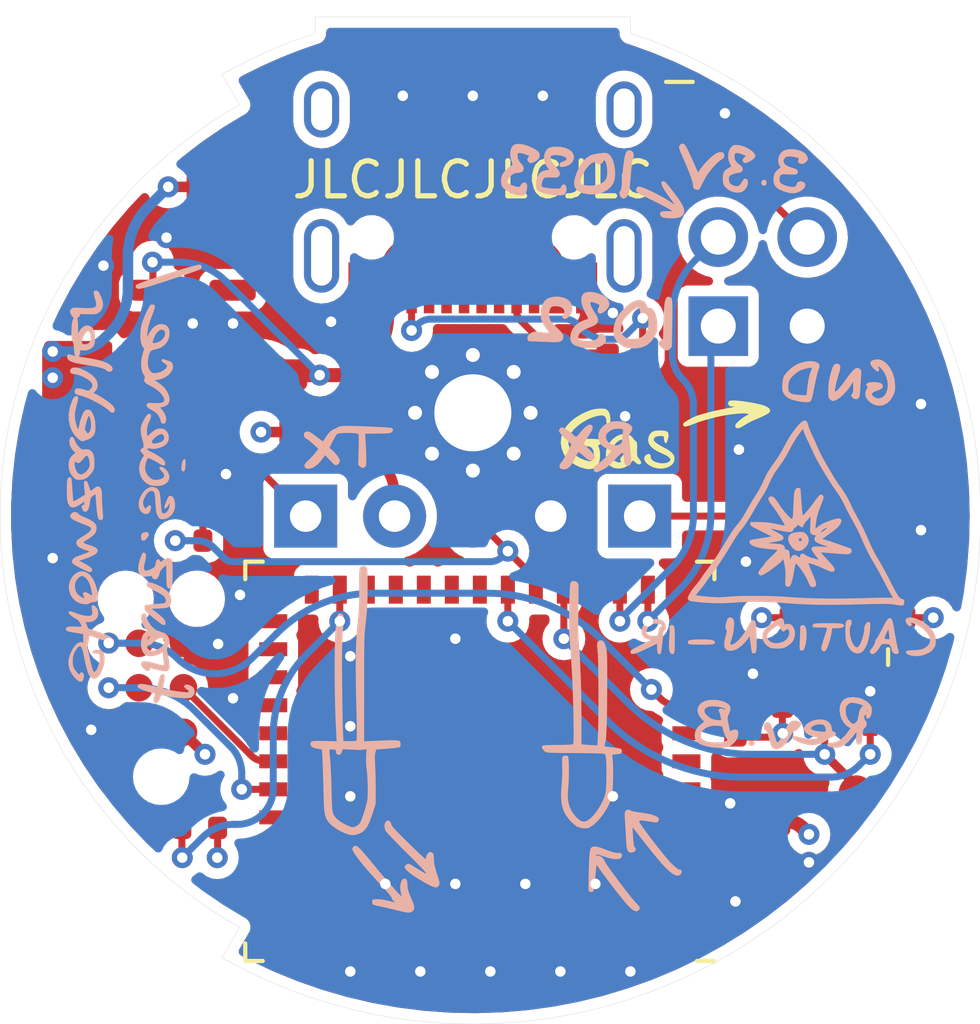
<source format=kicad_pcb>
(kicad_pcb (version 20211014) (generator pcbnew)
  (layers (0 "F.Cu" signal) (1 "In1.Cu" signal) (2 "In2.Cu" signal) (31 "B.Cu" signal) (34 "B.Paste" user) (35 "F.Paste" user) (36 "B.SilkS" user "B.Silkscreen") (37 "F.SilkS" user "F.Silkscreen") (38 "B.Mask" user) (39 "F.Mask" user) (44 "Edge.Cuts" user))
  (net 0 "")
  (net 1 "+3.3V")
  (net 2 "GND")
  (net 3 "+5V")
  (net 4 "Net-(C5-Pad1)")
  (net 5 "Net-(D2-Pad2)")
  (net 6 "Net-(J1-PadA5)")
  (net 10 "Net-(J1-PadB5)")
  (net 15 "IO-1")
  (net 19 "IO-2")
  (net 20 "ESP-EN")
  (net 21 "ESP-TX")
  (net 22 "ESP-RX")
  (net 25 "IO0")
  (net 30 "Net-(C3-Pad1)")
  (net 31 "GAS-Tick")
  (net 32 "IR-LED")
  (net 33 "IR-REC")
  (net 34 "Net-(D3-Pad2)")
  (net 47 "/FB")
  (net 48 "/SW")
  (net 49 "Net-(D2-Pad1)")
  (footprint "Franz-Lib:SOT-323_SC-70_NoSilk" (layer "F.Cu") (at 145.8 87.5 90)
    (fp_text reference "Q2" hide)
    (fp_text value "PJC7400_R1_00001" hide)
  )
  (footprint "Franz-Lib:USB_C_Receptacle_C313131_TYPE-C-31-M-12" (layer "F.Cu") (at 153 78.44 180)
    (fp_text reference "J1" hide)
    (fp_text value "USB_C_Receptacle_USB2.0" hide)
  )
  (footprint "Franz-Lib:C_0402_1005Metric_NoSilk" (layer "F.Cu") (at 164.84 91)
    (fp_text reference "C3" hide)
    (fp_text value "22nF" hide)
  )
  (footprint "Franz-Lib:JST_SH_SM02B-SRSS-TB_1x02-1MP_P1.00mm_Horizontal_NoSilk" (layer "F.Cu") (at 163.9 87.6 90)
    (fp_text reference "J6" hide)
    (fp_text value "Gas Counter" hide)
  )
  (footprint "Franz-Lib:R_0603_1608Metric_NoSilk" (layer "F.Cu") (at 146.05 81.05 180)
    (fp_text reference "R7" hide)
    (fp_text value "100kΩ" hide)
  )
  (footprint "Franz-Lib:MountingHole_2.2mm_M2_Pad_Via_NoSilk" (layer "F.Cu") (at 153 86.05)
    (fp_text reference "H1" hide)
    (fp_text value "M2" hide)
  )
  (footprint "Franz-Lib:Tag-Connect_TC2030-IDC-NL_2x03_P1.27mm_Vertical_NoSilk" (layer "F.Cu") (at 144.1 93.9 90)
    (fp_text reference "J4" hide)
    (fp_text value "TagConnect TX2030" hide)
  )
  (footprint "Franz-Lib:C_0603_1608Metric_NoSilk" (layer "F.Cu") (at 161.6 98.4848 -90)
    (fp_text reference "C2" hide)
    (fp_text value "22µF" hide)
  )
  (footprint "Franz-Lib:R_0402_1005Metric_NoSilk" (layer "F.Cu") (at 157.85 84.85 90)
    (fp_text reference "R1" hide)
    (fp_text value "5.1kΩ" hide)
  )
  (footprint "Franz-Lib:C_0603_1608Metric_NoSilk" (layer "F.Cu") (at 142.2 83.7 90)
    (fp_text reference "C8" hide)
    (fp_text value "22µF" hide)
  )
  (footprint "Franz-Lib:R_0402_1005Metric_NoSilk" (layer "F.Cu") (at 162.54 91.9)
    (fp_text reference "R3" hide)
    (fp_text value "910Ω" hide)
  )
  (footprint "Franz-Lib:TestPoint_Pad_D1.0mm_NoSIlk" (layer "F.Cu") (at 153 89.4 90)
    (fp_text reference "TP3" hide)
    (fp_text value "LED" hide)
  )
  (footprint "Franz-Lib:SOT-363_SC-70-6_NoSilk" (layer "F.Cu") (at 163.7 94 -90)
    (fp_text reference "U2" hide)
    (fp_text value "SN74AUP2G17" hide)
  )
  (footprint "Franz-Lib:R_0603_1608Metric_NoSilk" (layer "F.Cu") (at 146.05 79.6)
    (fp_text reference "R6" hide)
    (fp_text value "453kΩ" hide)
  )
  (footprint "Symbol:stromzaehler_front_silkscreen" (layer "F.Cu") (at 153.257311 89.153007)
    (fp_text reference "G***" hide)
    (fp_text value "LOGO" hide)
  )
  (footprint "Franz-Lib:C_0402_1005Metric_NoSilk" (layer "F.Cu") (at 160.4 98.7 -90)
    (fp_text reference "C1" hide)
    (fp_text value "100nF" hide)
  )
  (footprint "Franz-Lib:C_0402_1005Metric_NoSilk" (layer "F.Cu") (at 162.54 91 180)
    (fp_text reference "C5" hide)
    (fp_text value "22nF" hide)
  )
  (footprint "Franz-Lib:L_Wuerth_MAPI-3012_NoSilk" (layer "F.Cu") (at 142.4 87.2 180)
    (fp_text reference "L1" hide)
    (fp_text value "2.2µH" hide)
  )
  (footprint "Franz-Lib:PinHeader_1x02_P2.54mm_Vertical_NoSilk" (layer "F.Cu") (at 162.55 83.575 180)
    (fp_text reference "J5" hide)
    (fp_text value "PWR" hide)
  )
  (footprint "Franz-Lib:SOT-23-5_NoSilk" (layer "F.Cu") (at 145 83.5)
    (fp_text reference "U4" hide)
    (fp_text value "TLV62568DBV" hide)
  )
  (footprint "Franz-Lib:R_0402_1005Metric_NoSilk" (layer "F.Cu") (at 164.86 91.9 180)
    (fp_text reference "R8" hide)
    (fp_text value "910Ω" hide)
  )
  (footprint "Franz-Lib:TestPoint_Pad_D1.0mm_NoSIlk" (layer "F.Cu") (at 163.95 96.9 90)
    (fp_text reference "TP2" hide)
    (fp_text value "Rec." hide)
  )
  (footprint "Franz-Lib:TestPoint_Pad_D1.0mm_NoSIlk" (layer "F.Cu") (at 165.65 93.45 90)
    (fp_text reference "TP1" hide)
    (fp_text value "Gas" hide)
  )
  (footprint "Franz-Lib:ESP32-PICO-MINI-02U" (layer "F.Cu") (at 153.2 96 180)
    (fp_text reference "U1" hide)
    (fp_text value "ESP32­PICO­MINI­02U" hide)
  )
  (footprint "Franz-Lib:R_0402_1005Metric_NoSilk" (layer "F.Cu") (at 160.5 94.8 -90)
    (fp_text reference "R10" hide)
    (fp_text value "10kΩ" hide)
  )
  (footprint "Franz-Lib:PinHeader_1x02_P2.54mm_Vertical_NoSilk" (layer "F.Cu") (at 160.01 83.575 180)
    (fp_text reference "J2" hide)
    (fp_text value "IO" hide)
  )
  (footprint "Franz-Lib:R_0402_1005Metric_NoSilk" (layer "F.Cu") (at 145.2 97.9)
    (fp_text reference "R9" hide)
    (fp_text value "DNP" hide)
  )
  (footprint "Franz-Lib:C_0603_1608Metric_NoSilk" (layer "F.Cu") (at 147.8 84.2 -90)
    (fp_text reference "C6" hide)
    (fp_text value "4.7µF" hide)
  )
  (footprint "Franz-Lib:R_0603_1608Metric_NoSilk" (layer "F.Cu") (at 148.7 86.6)
    (fp_text reference "R4" hide)
    (fp_text value "100Ω" hide)
  )
  (footprint "Franz-Lib:C_0402_1005Metric_NoSilk" (layer "F.Cu") (at 161.84 94 -90)
    (fp_text reference "C4" hide)
    (fp_text value "100nF" hide)
  )
  (footprint "Franz-Lib:R_0402_1005Metric_NoSilk" (layer "F.Cu") (at 160.6 78.8 180)
    (fp_text reference "R5" hide)
    (fp_text value "3.3kΩ" hide)
  )
  (footprint "Franz-Lib:R_0402_1005Metric_NoSilk" (layer "F.Cu") (at 156.85 84.85 -90)
    (fp_text reference "R2" hide)
    (fp_text value "5.1kΩ" hide)
  )
  (footprint "Franz-Lib:R_0402_1005Metric_NoSilk" (layer "F.Cu") (at 145.8 89.7 180)
    (fp_text reference "R11" hide)
    (fp_text value "10kΩ" hide)
  )
  (footprint "Franz-Lib:LED_0603_1608Metric_SmallSilk" (layer "F.Cu") (at 158.9 78 -90)
    (fp_text reference "D3" hide)
    (fp_text value "PWR LED")
  )
  (footprint "Symbol:silkscreen-back" (layer "B.Cu") (at 153.45834 89 180)
    (fp_text reference "G***" hide)
    (fp_text value "LOGO" hide)
  )
  (footprint "Franz-Lib:LED_D3.0mm_IRBlack_NoSillk" (layer "B.Cu") (at 148.225 89)
    (fp_text reference "D2" hide)
    (fp_text value "LED" hide)
  )
  (footprint "Franz-Lib:LED_D3.0mm_IRBlack_NoSillk" (layer "B.Cu") (at 157.765 89 180)
    (fp_text reference "Q1" hide)
    (fp_text value "Q_Photo_NPN" hide)
  )
  (gr_line (start 157.499712 74.74909) (end 148.499712 74.74909) (layer "Edge.Cuts") (width 0.01))
  (gr_arc (start 146.3365 100.740112) (mid 139.499712 88.99909) (end 146.3365 77.258068) (layer "Edge.Cuts") (width 0.01))
  (gr_line (start 148.499712 74.74909) (end 148.499712 75.215041) (layer "Edge.Cuts") (width 0.01))
  (gr_line (start 145.832578 76.394242) (end 145.838099 76.394812) (layer "Edge.Cuts") (width 0.01))
  (gr_line (start 145.838099 76.394812) (end 146.3365 77.258068) (layer "Edge.Cuts") (width 0.01))
  (gr_line (start 146.3365 100.740112) (end 145.838099 101.603369) (layer "Edge.Cuts") (width 0.01))
  (gr_arc (start 145.832578 76.394242) (mid 147.136425 75.737421) (end 148.499712 75.215041) (layer "Edge.Cuts") (width 0.01))
  (gr_arc (start 157.499712 75.215041) (mid 166.261381 94.862377) (end 145.832578 101.603938) (layer "Edge.Cuts") (width 0.01))
  (gr_line (start 157.499712 75.215041) (end 157.499712 74.74909) (layer "Edge.Cuts") (width 0.01))
  (gr_line (start 145.838099 101.603369) (end 145.832578 101.603938) (layer "Edge.Cuts") (width 0.01))
  (gr_text "JLCJLCJLCJLC" (at 153 79.4) (layer "F.SilkS") (effects (font (size 1 1))))
  (segment (start 161.33368 97.976118) (end 161.379029 97.93077) (width 0.4) (layer "F.Cu") (net 1))
  (segment (start 146.95 86.6) (end 147.875 86.6) (width 0.3) (layer "F.Cu") (net 1))
  (segment (start 159.57272 98.4) (end 159.1 98.4) (width 0.4) (layer "F.Cu") (net 1))
  (segment (start 161.663071 95.31) (end 160.5 95.31) (width 0.2) (layer "F.Cu") (net 1))
  (segment (start 161.25 91.9) (end 162.03 91.9) (width 0.2) (layer "F.Cu") (net 1))
  (segment (start 163.529289 94.325) (end 162.104601 94.325) (width 0.2) (layer "F.Cu") (net 1))
  (segment (start 161.85 95.2005) (end 161.845 95.1955) (width 0.2) (layer "F.Cu") (net 1))
  (segment (start 162.4125 97.8973) (end 162.6 98.0848) (width 0.4) (layer "F.Cu") (net 1))
  (segment (start 145.705 98.745) (end 145.7 98.75) (width 0.2) (layer "F.Cu") (net 1))
  (segment (start 160.007279 98.22) (end 160.14 98.22) (width 0.4) (layer "F.Cu") (net 1))
  (segment (start 160.7449 98.22) (end 160.4 98.22) (width 0.4) (layer "F.Cu") (net 1))
  (segment (start 161.391074 79.876074) (end 162.55 81.035) (width 0.2) (layer "F.Cu") (net 1))
  (segment (start 161.84 95.183428) (end 161.84 94.589601) (width 0.2) (layer "F.Cu") (net 1))
  (segment (start 161.79525 95.25525) (end 161.85 95.2005) (width 0.2) (layer "F.Cu") (net 1))
  (segment (start 144.740303 95.190303) (end 145.35 95.8) (width 0.3) (layer "F.Cu") (net 1))
  (segment (start 161.11 79.1975) (end 161.11 78.8) (width 0.2) (layer "F.Cu") (net 1))
  (segment (start 161.959834 97.7098) (end 161.9125 97.7098) (width 0.4) (layer "F.Cu") (net 1))
  (segment (start 144.3 79.6) (end 145.225 79.6) (width 0.3) (layer "F.Cu") (net 1))
  (segment (start 144.735 95.1775) (end 144.735 95.17) (width 0.3) (layer "F.Cu") (net 1))
  (segment (start 145.71 98.732928) (end 145.71 97.9) (width 0.2) (layer "F.Cu") (net 1))
  (segment (start 163.7 94.49571) (end 163.7 94.95) (width 0.2) (layer "F.Cu") (net 1))
  (segment (start 166.15 91.9) (end 165.37 91.9) (width 0.2) (layer "F.Cu") (net 1))
  (via (at 161.85 95.2005) (size 0.6) (drill 0.3) (layers "F.Cu" "B.Cu") (net 1))
  (via (at 141 85.05) (size 0.6) (drill 0.3) (layers "F.Cu" "B.Cu") (net 1))
  (via (at 145.35 95.8) (size 0.6) (drill 0.3) (layers "F.Cu" "B.Cu") (net 1))
  (via (at 166.15 91.9) (size 0.6) (drill 0.3) (layers "F.Cu" "B.Cu") (net 1))
  (via (at 144.3 79.6) (size 0.6) (drill 0.3) (layers "F.Cu" "B.Cu") (net 1))
  (via (at 161.25 91.9) (size 0.6) (drill 0.3) (layers "F.Cu" "B.Cu") (net 1))
  (via (at 145.7 98.75) (size 0.6) (drill 0.3) (layers "F.Cu" "B.Cu") (net 1))
  (via (at 141 84.3) (size 0.6) (drill 0.3) (layers "F.Cu" "B.Cu") (net 1))
  (via (at 162.6 98.0848) (size 0.6) (drill 0.3) (layers "F.Cu" "B.Cu") (net 1))
  (via (at 146.95 86.6) (size 0.6) (drill 0.3) (layers "F.Cu" "B.Cu") (net 1))
  (arc (start 161.79525 95.25525) (mid 161.734605 95.29577) (end 161.663071 95.31) (width 0.2) (layer "F.Cu") (net 1))
  (arc (start 161.84 95.183428) (mid 161.841299 95.189961) (end 161.845 95.1955) (width 0.2) (layer "F.Cu") (net 1))
  (arc (start 159.79 98.31) (mid 159.889688 98.24339) (end 160.007279 98.22) (width 0.4) (layer "F.Cu") (net 1))
  (arc (start 161.379029 97.93077) (mid 161.623787 97.767228) (end 161.9125 97.7098) (width 0.4) (layer "F.Cu") (net 1))
  (arc (start 161.11 79.1975) (mid 161.183048 79.564741) (end 161.391074 79.876074) (width 0.2) (layer "F.Cu") (net 1))
  (arc (start 163.7 94.49571) (mid 163.687005 94.430382) (end 163.65 94.375) (width 0.2) (layer "F.Cu") (net 1))
  (arc (start 144.740303 95.190303) (mid 144.736378 95.184429) (end 144.735 95.1775) (width 0.3) (layer "F.Cu") (net 1))
  (arc (start 163.529289 94.325) (mid 163.594617 94.337994) (end 163.65 94.375) (width 0.2) (layer "F.Cu") (net 1))
  (arc (start 145.705 98.745) (mid 145.7087 98.739461) (end 145.71 98.732928) (width 0.2) (layer "F.Cu") (net 1))
  (arc (start 161.84 94.589601) (mid 161.860141 94.488342) (end 161.9175 94.4025) (width 0.2) (layer "F.Cu") (net 1))
  (arc (start 159.79 98.31) (mid 159.690311 98.376609) (end 159.57272 98.4) (width 0.4) (layer "F.Cu") (net 1))
  (arc (start 161.959834 97.7098) (mid 162.204815 97.758529) (end 162.4125 97.8973) (width 0.4) (layer "F.Cu") (net 1))
  (arc (start 160.7449 98.22) (mid 161.063545 98.156617) (end 161.33368 97.976118) (width 0.4) (layer "F.Cu") (net 1))
  (arc (start 161.9175 94.4025) (mid 162.003342 94.345141) (end 162.104601 94.325) (width 0.2) (layer "F.Cu") (net 1))
  (segment (start 141 84.3) (end 141.55 84.3) (width 0.3) (layer "B.Cu") (net 1))
  (segment (start 143.15 81.563172) (end 143.15 82.507537) (width 0.3) (layer "B.Cu") (net 1))
  (segment (start 142.625 83.775) (end 142.488908 83.911091) (width 0.3) (layer "B.Cu") (net 1))
  (segment (start 144.3 79.6) (end 143.725 80.175) (width 0.3) (layer "B.Cu") (net 1))
  (arc (start 142.625 83.775) (mid 143.013556 83.193483) (end 143.15 82.507537) (width 0.3) (layer "B.Cu") (net 1))
  (arc (start 143.15 81.563172) (mid 143.299437 80.811898) (end 143.725 80.175) (width 0.3) (layer "B.Cu") (net 1))
  (arc (start 142.488908 83.911091) (mid 142.058133 84.198925) (end 141.55 84.3) (width 0.3) (layer "B.Cu") (net 1))
  (segment (start 161 93.5) (end 161.01 93.51) (width 0.2) (layer "F.Cu") (net 2))
  (segment (start 164.093933 93.8) (end 162.317989 93.8) (width 0.2) (layer "F.Cu") (net 2))
  (segment (start 161.64201 93.52) (end 161.034142 93.52) (width 0.2) (layer "F.Cu") (net 2))
  (segment (start 161.959834 99.2598) (end 161.6 99.2598) (width 0.4) (layer "F.Cu") (net 2))
  (segment (start 164.275 93.875) (end 164.35 93.95) (width 0.2) (layer "F.Cu") (net 2))
  (segment (start 162.6 98.8848) (end 162.4125 99.0723) (width 0.4) (layer "F.Cu") (net 2))
  (via (at 157 97) (size 0.6) (drill 0.3) (layers "F.Cu" "B.Cu") (net 2))
  (via (at 146.35 91.25) (size 0.6) (drill 0.3) (layers "F.Cu" "B.Cu") (net 2))
  (via (at 149.5 102) (size 0.6) (drill 0.3) (layers "F.Cu" "B.Cu") (net 2))
  (via (at 157.5 102) (size 0.6) (drill 0.3) (layers "F.Cu" "B.Cu") (net 2))
  (via (at 160.2 77.5) (size 0.6) (drill 0.3) (layers "F.Cu" "B.Cu") (net 2))
  (via (at 148.95 83.45) (size 0.6) (drill 0.3) (layers "F.Cu" "B.Cu") (net 2))
  (via (at 164.35 94) (size 0.6) (drill 0.3) (layers "F.Cu" "B.Cu") (net 2))
  (via (at 152.5 99.5) (size 0.6) (drill 0.3) (layers "F.Cu" "B.Cu") (net 2))
  (via (at 149.5 97) (size 0.6) (drill 0.3) (layers "F.Cu" "B.Cu") (net 2))
  (via (at 141 90.2) (size 0.6) (drill 0.3) (layers "F.Cu" "B.Cu") (net 2))
  (via (at 142.45 81.85) (size 0.6) (drill 0.3) (layers "F.Cu" "B.Cu") (net 2))
  (via (at 157.35 86.15) (size 0.6) (drill 0.3) (layers "F.Cu" "B.Cu") (net 2))
  (via (at 160.8 90.3) (size 0.6) (drill 0.3) (layers "F.Cu" "B.Cu") (net 2))
  (via (at 150.5 99.5) (size 0.6) (drill 0.3) (layers "F.Cu" "B.Cu") (net 2))
  (via (at 162.6 98.8848) (size 0.6) (drill 0.3) (layers "F.Cu" "B.Cu") (net 2))
  (via (at 142.1 95.1) (size 0.6) (drill 0.3) (layers "F.Cu" "B.Cu") (net 2))
  (via (at 155 77) (size 0.6) (drill 0.3) (layers "F.Cu" "B.Cu") (net 2))
  (via (at 154.5 99.5) (size 0.6) (drill 0.3) (layers "F.Cu" "B.Cu") (net 2))
  (via (at 146.15 94.2) (size 0.6) (drill 0.3) (layers "F.Cu" "B.Cu") (net 2))
  (via (at 153.5 102) (size 0.6) (drill 0.3) (layers "F.Cu" "B.Cu") (net 2))
  (via (at 165.8 89.4) (size 0.6) (drill 0.3) (layers "F.Cu" "B.Cu") (net 2))
  (via (at 155.5 102) (size 0.6) (drill 0.3) (layers "F.Cu" "B.Cu") (net 2))
  (via (at 149.5 95) (size 0.6) (drill 0.3) (layers "F.Cu" "B.Cu") (net 2))
  (via (at 145.725 92.65) (size 0.6) (drill 0.3) (layers "F.Cu" "B.Cu") (net 2))
  (via (at 151.5 102) (size 0.6) (drill 0.3) (layers "F.Cu" "B.Cu") (net 2))
  (via (at 152.5 92.5) (size 0.6) (drill 0.3) (layers "F.Cu" "B.Cu") (net 2))
  (via (at 160.5 100) (size 0.6) (drill 0.3) (layers "F.Cu" "B.Cu") (net 2))
  (via (at 156.5 99.5) (size 0.6) (drill 0.3) (layers "F.Cu" "B.Cu") (net 2))
  (via (at 161 93.5) (size 0.6) (drill 0.3) (layers "F.Cu" "B.Cu") (net 2))
  (via (at 144.25 81.05) (size 0.6) (drill 0.3) (layers "F.Cu" "B.Cu") (net 2))
  (via (at 160.6 87.1) (size 0.6) (drill 0.3) (layers "F.Cu" "B.Cu") (net 2))
  (via (at 145 83.5) (size 0.6) (drill 0.3) (layers "F.Cu" "B.Cu") (net 2))
  (via (at 160.35 97.2) (size 0.6) (drill 0.3) (layers "F.Cu" "B.Cu") (net 2))
  (via (at 157 83.2) (size 0.6) (drill 0.3) (layers "F.Cu" "B.Cu") (net 2))
  (via (at 146.15 83.5) (size 0.6) (drill 0.3) (layers "F.Cu" "B.Cu") (net 2))
  (via (at 153 77) (size 0.6) (drill 0.3) (layers "F.Cu" "B.Cu") (net 2))
  (via (at 145.95 87.8) (size 0.6) (drill 0.3) (layers "F.Cu" "B.Cu") (net 2))
  (via (at 165.8 85.8) (size 0.6) (drill 0.3) (layers "F.Cu" "B.Cu") (net 2))
  (via (at 149.5 93) (size 0.6) (drill 0.3) (layers "F.Cu" "B.Cu") (net 2))
  (via (at 151 77) (size 0.6) (drill 0.3) (layers "F.Cu" "B.Cu") (net 2))
  (arc (start 164.275 93.875) (mid 164.191925 93.819491) (end 164.093933 93.8) (width 0.2) (layer "F.Cu") (net 2))
  (arc (start 161.034142 93.52) (mid 161.021076 93.517401) (end 161.01 93.51) (width 0.2) (layer "F.Cu") (net 2))
  (arc (start 161.64201 93.52) (mid 161.824928 93.556384) (end 161.98 93.66) (width 0.2) (layer "F.Cu") (net 2))
  (arc (start 161.959834 99.2598) (mid 162.204815 99.21107) (end 162.4125 99.0723) (width 0.4) (layer "F.Cu") (net 2))
  (arc (start 161.98 93.66) (mid 162.13507 93.763615) (end 162.317989 93.8) (width 0.2) (layer "F.Cu") (net 2))
  (segment (start 150.55 82.77172) (end 150.55 82.87949) (width 0.4) (layer "F.Cu") (net 3))
  (segment (start 150.55 83.2028) (end 150.55 83.229742) (width 0.4) (layer "F.Cu") (net 3))
  (segment (start 150.55 82.12059) (end 150.55 82.134263) (width 0.4) (layer "F.Cu") (net 3))
  (segment (start 150.55 82.054958) (end 150.55 82.057693) (width 0.4) (layer "F.Cu") (net 3))
  (segment (start 150.55 82.049489) (end 150.55 82.054958) (width 0.4) (layer "F.Cu") (net 3))
  (segment (start 150.55 83.283627) (end 150.55 83.31057) (width 0.4) (layer "F.Cu") (net 3))
  (segment (start 150.062499 84.487499) (end 149.910875 84.639124) (width 0.4) (layer "F.Cu") (net 3))
  (segment (start 155.45 82.046755) (end 155.45 82.485) (width 0.4) (layer "F.Cu") (net 3))
  (segment (start 150.55 82.068631) (end 150.55 82.079569) (width 0.4) (layer "F.Cu") (net 3))
  (segment (start 151.396755 81.2) (end 154.603244 81.2) (width 0.4) (layer "F.Cu") (net 3))
  (segment (start 150.55 83.229742) (end 150.55 83.283627) (width 0.4) (layer "F.Cu") (net 3))
  (segment (start 150.55 82.079569) (end 150.55 82.090508) (width 0.4) (layer "F.Cu") (net 3))
  (segment (start 150.55 82.87949) (end 150.55 82.98726) (width 0.4) (layer "F.Cu") (net 3))
  (segment (start 150.55 82.134263) (end 150.55 82.178017) (width 0.4) (layer "F.Cu") (net 3))
  (segment (start 150.55 83.09503) (end 150.55 83.2028) (width 0.4) (layer "F.Cu") (net 3))
  (segment (start 150.55 82.104182) (end 150.55 82.12059) (width 0.4) (layer "F.Cu") (net 3))
  (segment (start 150.55 82.98726) (end 150.55 83.09503) (width 0.4) (layer "F.Cu") (net 3))
  (segment (start 150.55 82.104182) (end 150.55 82.101447) (width 0.4) (layer "F.Cu") (net 3))
  (segment (start 150.55 82.495425) (end 150.55 82.715545) (width 0.4) (layer "F.Cu") (net 3))
  (segment (start 150.55 82.223738) (end 150.55 82.358935) (width 0.4) (layer "F.Cu") (net 3))
  (segment (start 148.625 84.975) (end 149.1 84.975) (width 0.4) (layer "F.Cu") (net 3))
  (segment (start 150.55 82.715545) (end 150.55 82.77172) (width 0.4) (layer "F.Cu") (net 3))
  (segment (start 150.55 82.358935) (end 150.55 82.495425) (width 0.4) (layer "F.Cu") (net 3))
  (segment (start 143.85 81.75) (end 143.85625 81.75625) (width 0.2) (layer "F.Cu") (net 3))
  (segment (start 148.625 84.975) (end 148.171231 84.975) (width 0.4) (layer "F.Cu") (net 3))
  (segment (start 150.55 82.090508) (end 150.55 82.101447) (width 0.4) (layer "F.Cu") (net 3))
  (segment (start 150.55 82.223738) (end 150.55 82.178017) (width 0.4) (layer "F.Cu") (net 3))
  (segment (start 150.55 82.057693) (end 150.55 82.068631) (width 0.4) (layer "F.Cu") (net 3))
  (segment (start 143.8625 81.771338) (end 143.8625 82.55) (width 0.2) (layer "F.Cu") (net 3))
  (segment (start 150.55 82.049489) (end 150.55 82.046755) (width 0.4) (layer "F.Cu") (net 3))
  (segment (start 146.903768 84.45) (end 146.1375 84.45) (width 0.4) (layer "F.Cu") (net 3))
  (via (at 148.625 84.975) (size 0.6) (drill 0.3) (layers "F.Cu" "B.Cu") (net 3))
  (via (at 143.85 81.75) (size 0.6) (drill 0.3) (layers "F.Cu" "B.Cu") (net 3))
  (arc (start 150.55 82.046755) (mid 150.614455 81.722716) (end 150.798009 81.448009) (width 0.4) (layer "F.Cu") (net 3))
  (arc (start 143.85625 81.75625) (mid 143.860875 81.763172) (end 143.8625 81.771338) (width 0.2) (layer "F.Cu") (net 3))
  (arc (start 149.1 84.975) (mid 149.538842 84.887708) (end 149.910875 84.639124) (width 0.4) (layer "F.Cu") (net 3))
  (arc (start 155.201991 81.448009) (mid 154.927283 81.264455) (end 154.603244 81.2) (width 0.4) (layer "F.Cu") (net 3))
  (arc (start 151.396755 81.2) (mid 151.072716 81.264455) (end 150.798009 81.448009) (width 0.4) (layer "F.Cu") (net 3))
  (arc (start 155.201991 81.448009) (mid 155.385544 81.722716) (end 155.45 82.046755) (width 0.4) (layer "F.Cu") (net 3))
  (arc (start 148.171231 84.975) (mid 147.828258 84.906778) (end 147.5375 84.7125) (width 0.4) (layer "F.Cu") (net 3))
  (arc (start 147.5375 84.7125) (mid 147.246741 84.518221) (end 146.903768 84.45) (width 0.4) (layer "F.Cu") (net 3))
  (arc (start 150.062499 84.487499) (mid 150.423302 83.947519) (end 150.55 83.31057) (width 0.4) (layer "F.Cu") (net 3))
  (segment (start 145.948007 82.298007) (end 148.625 84.975) (width 0.2) (layer "B.Cu") (net 3))
  (segment (start 143.85 81.75) (end 144.625 81.75) (width 0.2) (layer "B.Cu") (net 3))
  (arc (start 144.625 81.75) (mid 145.341006 81.892422) (end 145.948007 82.298007) (width 0.2) (layer "B.Cu") (net 3))
  (segment (start 163.05 90.963172) (end 163.05 93.05) (width 0.2) (layer "F.Cu") (net 4))
  (segment (start 161.086827 89) (end 157.765 89) (width 0.2) (layer "F.Cu") (net 4))
  (arc (start 162.475 89.575) (mid 162.900562 90.211898) (end 163.05 90.963172) (width 0.2) (layer "F.Cu") (net 4))
  (arc (start 162.475 89.575) (mid 161.8381 89.149437) (end 161.086827 89) (width 0.2) (layer "F.Cu") (net 4))
  (segment (start 150.765 88.42) (end 150.765 89) (width 0.3) (layer "F.Cu") (net 5))
  (segment (start 150.354878 87.429878) (end 149.525 86.6) (width 0.3) (layer "F.Cu") (net 5))
  (arc (start 150.354878 87.429878) (mid 150.658412 87.884149) (end 150.765 88.42) (width 0.3) (layer "F.Cu") (net 5))
  (segment (start 154.25 83.155615) (end 154.25 82.485) (width 0.2) (layer "F.Cu") (net 6))
  (segment (start 156.025391 84.34) (end 156.85 84.34) (width 0.2) (layer "F.Cu") (net 6))
  (segment (start 154.352095 83.402095) (end 154.77 83.82) (width 0.2) (layer "F.Cu") (net 6))
  (arc (start 156.025391 84.34) (mid 155.345978 84.204856) (end 154.77 83.82) (width 0.2) (layer "F.Cu") (net 6))
  (arc (start 154.25 83.155615) (mid 154.276534 83.289009) (end 154.352095 83.402095) (width 0.2) (layer "F.Cu") (net 6))
  (segment (start 151.25 83.7) (end 151.25 82.485) (width 0.2) (layer "F.Cu") (net 10))
  (segment (start 157.85 83.35) (end 157.85 84.34) (width 0.2) (layer "F.Cu") (net 10))
  (via (at 157.85 83.35) (size 0.6) (drill 0.3) (layers "F.Cu" "B.Cu") (net 10))
  (via (at 151.25 83.7) (size 0.6) (drill 0.3) (layers "F.Cu" "B.Cu") (net 10))
  (segment (start 156.099479 83.649479) (end 155.962239 83.512239) (width 0.2) (layer "B.Cu") (net 10))
  (segment (start 151.25 83.7) (end 151.4125 83.5375) (width 0.2) (layer "B.Cu") (net 10))
  (segment (start 155.630914 83.375) (end 151.804809 83.375) (width 0.2) (layer "B.Cu") (net 10))
  (segment (start 156.825825 83.949998) (end 156.826101 83.949998) (width 0.2) (layer "B.Cu") (net 10))
  (segment (start 156.825 83.95) (end 156.825091 83.95) (width 0.2) (layer "B.Cu") (net 10))
  (segment (start 157.020498 83.949994) (end 156.826836 83.949997) (width 0.2) (layer "B.Cu") (net 10))
  (segment (start 156.826836 83.949997) (end 156.826101 83.949998) (width 0.2) (layer "B.Cu") (net 10))
  (segment (start 157.412307 83.787693) (end 157.85 83.35) (width 0.2) (layer "B.Cu") (net 10))
  (segment (start 156.825274 83.949999) (end 156.825458 83.949999) (width 0.2) (layer "B.Cu") (net 10))
  (arc (start 157.412307 83.787693) (mid 157.232544 83.907809) (end 157.020498 83.949994) (width 0.2) (layer "B.Cu") (net 10))
  (arc (start 151.4125 83.5375) (mid 151.592493 83.417232) (end 151.804809 83.375) (width 0.2) (layer "B.Cu") (net 10))
  (arc (start 156.825 83.95) (mid 156.432351 83.871897) (end 156.099479 83.649479) (width 0.2) (layer "B.Cu") (net 10))
  (arc (start 156.825642 83.949999) (mid 156.82555 83.949999) (end 156.825458 83.949999) (width 0.2) (layer "B.Cu") (net 10))
  (arc (start 155.630914 83.375) (mid 155.810225 83.410667) (end 155.962239 83.512239) (width 0.2) (layer "B.Cu") (net 10))
  (arc (start 156.825274 83.949999) (mid 156.825182 83.949999) (end 156.825091 83.95) (width 0.2) (layer "B.Cu") (net 10))
  (arc (start 156.825825 83.949998) (mid 156.825733 83.949998) (end 156.825642 83.949999) (width 0.2) (layer "B.Cu") (net 10))
  (segment (start 157.2 92) (end 157.2 91.1) (width 0.2) (layer "F.Cu") (net 15))
  (via (at 157.2 92) (size 0.6) (drill 0.3) (layers "F.Cu" "B.Cu") (net 15))
  (segment (start 157.217157 91.934313) (end 158.675751 90.475718) (width 0.2) (layer "B.Cu") (net 15))
  (segment (start 159.355 81.69) (end 160.01 81.035) (width 0.2) (layer "B.Cu") (net 15))
  (segment (start 157.2 92) (end 157.2 91.975735) (width 0.2) (layer "B.Cu") (net 15))
  (segment (start 158.7 84.375735) (end 158.7 83.271309) (width 0.2) (layer "B.Cu") (net 15))
  (segment (start 159.3 85.824264) (end 159.3 88.968647) (width 0.2) (layer "B.Cu") (net 15))
  (arc (start 159.355 81.69) (mid 158.870228 82.41551) (end 158.7 83.271309) (width 0.2) (layer "B.Cu") (net 15))
  (arc (start 157.217157 91.934313) (mid 157.204458 91.953317) (end 157.2 91.975735) (width 0.2) (layer "B.Cu") (net 15))
  (arc (start 159.3 85.824264) (mid 159.222032 85.432295) (end 159 85.1) (width 0.2) (layer "B.Cu") (net 15))
  (arc (start 158.675751 90.475718) (mid 159.137763 89.784268) (end 159.3 88.968647) (width 0.2) (layer "B.Cu") (net 15))
  (arc (start 158.7 84.375735) (mid 158.777967 84.767704) (end 159 85.1) (width 0.2) (layer "B.Cu") (net 15))
  (segment (start 158 92) (end 158 91.1) (width 0.2) (layer "F.Cu") (net 19))
  (via (at 158 92) (size 0.6) (drill 0.3) (layers "F.Cu" "B.Cu") (net 19))
  (segment (start 158 92) (end 158.9 91.1) (width 0.2) (layer "B.Cu") (net 19))
  (segment (start 159.8 83.933492) (end 159.8 88.927207) (width 0.2) (layer "B.Cu") (net 19))
  (segment (start 160.005 83.58) (end 160.01 83.575) (width 0.2) (layer "B.Cu") (net 19))
  (segment (start 159.9 83.692071) (end 160 83.592071) (width 0.2) (layer "B.Cu") (net 19))
  (arc (start 158.9 91.1) (mid 159.566097 90.103114) (end 159.8 88.927207) (width 0.2) (layer "B.Cu") (net 19))
  (arc (start 160.005 83.58) (mid 160.001299 83.585538) (end 160 83.592071) (width 0.2) (layer "B.Cu") (net 19))
  (arc (start 159.8 83.933492) (mid 159.825989 83.802835) (end 159.9 83.692071) (width 0.2) (layer "B.Cu") (net 19))
  (segment (start 159.375 94.4) (end 159.2375 94.4) (width 0.2) (layer "F.Cu") (net 20))
  (segment (start 160.215413 94.4) (end 160.021804 94.4) (width 0.2) (layer "F.Cu") (net 20))
  (segment (start 160.021804 94.4) (end 159.875211 94.4) (width 0.2) (layer "F.Cu") (net 20))
  (segment (start 159.2375 94.4) (end 159.1 94.4) (width 0.2) (layer "F.Cu") (net 20))
  (segment (start 159.5125 94.4) (end 159.375 94.4) (width 0.2) (layer "F.Cu") (net 20))
  (segment (start 159.875211 94.4) (end 159.58757 94.4) (width 0.2) (layer "F.Cu") (net 20))
  (segment (start 160.445 94.345) (end 160.5 94.29) (width 0.2) (layer "F.Cu") (net 20))
  (segment (start 142.6025 92.6275) (end 142.6 92.625) (width 0.2) (layer "F.Cu") (net 20))
  (segment (start 159.58757 94.4) (end 159.5125 94.4) (width 0.2) (layer "F.Cu") (net 20))
  (segment (start 158.928125 94.4) (end 158.859375 94.4) (width 0.2) (layer "F.Cu") (net 20))
  (segment (start 158.355545 94.205545) (end 158.1 93.95) (width 0.2) (layer "F.Cu") (net 20))
  (segment (start 159.1 94.4) (end 158.9625 94.4) (width 0.2) (layer "F.Cu") (net 20))
  (segment (start 160.215413 94.4) (end 160.312218 94.4) (width 0.2) (layer "F.Cu") (net 20))
  (segment (start 142.608535 92.63) (end 143.465 92.63) (width 0.2) (layer "F.Cu") (net 20))
  (segment (start 158.825 94.4) (end 158.859375 94.4) (width 0.2) (layer "F.Cu") (net 20))
  (segment (start 158.9625 94.4) (end 158.928125 94.4) (width 0.2) (layer "F.Cu") (net 20))
  (via (at 158.1 93.95) (size 0.6) (drill 0.3) (layers "F.Cu" "B.Cu") (net 20))
  (via (at 142.6 92.625) (size 0.6) (drill 0.3) (layers "F.Cu" "B.Cu") (net 20))
  (arc (start 142.608535 92.63) (mid 142.605268 92.62935) (end 142.6025 92.6275) (width 0.2) (layer "F.Cu") (net 20))
  (arc (start 158.825 94.4) (mid 158.570932 94.349462) (end 158.355545 94.205545) (width 0.2) (layer "F.Cu") (net 20))
  (arc (start 160.445 94.345) (mid 160.384079 94.385705) (end 160.312218 94.4) (width 0.2) (layer "F.Cu") (net 20))
  (segment (start 153.405456 91.2) (end 150.176345 91.2) (width 0.2) (layer "B.Cu") (net 20))
  (segment (start 145.625 93.5) (end 145.618718 93.5) (width 0.2) (layer "B.Cu") (net 20))
  (segment (start 147.4 92.35) (end 146.691941 93.058058) (width 0.2) (layer "B.Cu") (net 20))
  (segment (start 143.506281 92.625) (end 142.6 92.625) (width 0.2) (layer "B.Cu") (net 20))
  (segment (start 158.1 93.95) (end 156.725 92.575) (width 0.2) (layer "B.Cu") (net 20))
  (arc (start 150.176345 91.2) (mid 148.673798 91.498875) (end 147.4 92.35) (width 0.2) (layer "B.Cu") (net 20))
  (arc (start 153.405456 91.2) (mid 155.20198 91.55735) (end 156.725 92.575) (width 0.2) (layer "B.Cu") (net 20))
  (arc (start 145.625 93.5) (mid 146.202424 93.385143) (end 146.691941 93.058058) (width 0.2) (layer "B.Cu") (net 20))
  (arc (start 143.506281 92.625) (mid 144.077902 92.738702) (end 144.5625 93.0625) (width 0.2) (layer "B.Cu") (net 20))
  (arc (start 145.618718 93.5) (mid 145.047097 93.386297) (end 144.5625 93.0625) (width 0.2) (layer "B.Cu") (net 20))
  (segment (start 146.4 96.8) (end 147.3 96.8) (width 0.2) (layer "F.Cu") (net 21))
  (segment (start 142.6 93.9) (end 143.465 93.9) (width 0.2) (layer "F.Cu") (net 21))
  (via (at 146.4 96.8) (size 0.6) (drill 0.3) (layers "F.Cu" "B.Cu") (net 21))
  (via (at 142.6 93.9) (size 0.6) (drill 0.3) (layers "F.Cu" "B.Cu") (net 21))
  (segment (start 146.081801 95.581801) (end 145.036396 94.536396) (width 0.2) (layer "B.Cu") (net 21))
  (segment (start 146.4 96.8) (end 146.4 96.35) (width 0.2) (layer "B.Cu") (net 21))
  (segment (start 142.6 93.9) (end 143.5 93.9) (width 0.2) (layer "B.Cu") (net 21))
  (arc (start 145.036396 94.536396) (mid 144.331491 94.065393) (end 143.5 93.9) (width 0.2) (layer "B.Cu") (net 21))
  (arc (start 146.081801 95.581801) (mid 146.317302 95.934253) (end 146.4 96.35) (width 0.2) (layer "B.Cu") (net 21))
  (segment (start 147.0675 96) (end 147.3 96) (width 0.2) (layer "F.Cu") (net 22))
  (segment (start 146.670597 95.835597) (end 144.735 93.9) (width 0.2) (layer "F.Cu") (net 22))
  (arc (start 146.670597 95.835597) (mid 146.852697 95.957273) (end 147.0675 96) (width 0.2) (layer "F.Cu") (net 22))
  (segment (start 149.2 92) (end 149.2 91.1) (width 0.2) (layer "F.Cu") (net 25))
  (segment (start 143 95.963804) (end 143 96.2675) (width 0.2) (layer "F.Cu") (net 25))
  (segment (start 143.2325 95.4025) (end 143.465 95.17) (width 0.2) (layer "F.Cu") (net 25))
  (segment (start 143.756048 97.656048) (end 143.447245 97.347245) (width 0.2) (layer "F.Cu") (net 25))
  (segment (start 144.7 98.75) (end 144.695 98.745) (width 0.2) (layer "F.Cu") (net 25))
  (segment (start 144.69 98.245) (end 144.69 98.732928) (width 0.2) (layer "F.Cu") (net 25))
  (via (at 149.2 92) (size 0.6) (drill 0.3) (layers "F.Cu" "B.Cu") (net 25))
  (via (at 144.7 98.75) (size 0.6) (drill 0.3) (layers "F.Cu" "B.Cu") (net 25))
  (arc (start 144.695 98.745) (mid 144.691299 98.739461) (end 144.69 98.732928) (width 0.2) (layer "F.Cu") (net 25))
  (arc (start 143.756048 97.656048) (mid 144.026261 97.836598) (end 144.345 97.9) (width 0.2) (layer "F.Cu") (net 25))
  (arc (start 143 95.963804) (mid 143.060424 95.660028) (end 143.2325 95.4025) (width 0.2) (layer "F.Cu") (net 25))
  (arc (start 143 96.2675) (mid 143.116235 96.851853) (end 143.447245 97.347245) (width 0.2) (layer "F.Cu") (net 25))
  (arc (start 144.69 98.245) (mid 144.588951 98.001048) (end 144.345 97.9) (width 0.2) (layer "F.Cu") (net 25))
  (segment (start 147.3 96.775735) (end 147.3 95.243502) (width 0.2) (layer "B.Cu") (net 25))
  (segment (start 146.275735 97.8) (end 146.175 97.8) (width 0.2) (layer "B.Cu") (net 25))
  (segment (start 148.25 92.95) (end 149.2 92) (width 0.2) (layer "B.Cu") (net 25))
  (segment (start 145.278768 98.171231) (end 144.7 98.75) (width 0.2) (layer "B.Cu") (net 25))
  (arc (start 145.278768 98.171231) (mid 145.689963 97.896479) (end 146.175 97.8) (width 0.2) (layer "B.Cu") (net 25))
  (arc (start 148.25 92.95) (mid 147.546896 94.002267) (end 147.3 95.243502) (width 0.2) (layer "B.Cu") (net 25))
  (arc (start 147 97.5) (mid 147.222032 97.167704) (end 147.3 96.775735) (width 0.2) (layer "B.Cu") (net 25))
  (arc (start 147 97.5) (mid 146.667704 97.722032) (end 146.275735 97.8) (width 0.2) (layer "B.Cu") (net 25))
  (segment (start 164.36 90.555) (end 164.36 90.992928) (width 0.2) (layer "F.Cu") (net 30))
  (segment (start 164.35 91.017071) (end 164.35 93.05) (width 0.2) (layer "F.Cu") (net 30))
  (segment (start 164.045337 89.795337) (end 162.509099 88.259099) (width 0.2) (layer "F.Cu") (net 30))
  (segment (start 162.125 88.1) (end 161.9 88.1) (width 0.2) (layer "F.Cu") (net 30))
  (arc (start 164.35 91.017071) (mid 164.351299 91.010538) (end 164.355 91.005) (width 0.2) (layer "F.Cu") (net 30))
  (arc (start 164.36 90.992928) (mid 164.3587 90.999461) (end 164.355 91.005) (width 0.2) (layer "F.Cu") (net 30))
  (arc (start 164.045337 89.795337) (mid 164.278221 90.143873) (end 164.36 90.555) (width 0.2) (layer "F.Cu") (net 30))
  (arc (start 162.509099 88.259099) (mid 162.332872 88.141348) (end 162.125 88.1) (width 0.2) (layer "F.Cu") (net 30))
  (segment (start 154 92) (end 154 91.1) (width 0.2) (layer "F.Cu") (net 31))
  (segment (start 164.35 94.95) (end 164.725 94.95) (width 0.2) (layer "F.Cu") (net 31))
  (segment (start 165.374999 94.674999) (end 165.365165 94.684834) (width 0.2) (layer "F.Cu") (net 31))
  (segment (start 164.35 95.8) (end 164.35 94.95) (width 0.2) (layer "F.Cu") (net 31))
  (segment (start 165.65 94.011091) (end 165.65 93.45) (width 0.2) (layer "F.Cu") (net 31))
  (via (at 164.35 95.8) (size 0.6) (drill 0.3) (layers "F.Cu" "B.Cu") (net 31))
  (via (at 154 92) (size 0.6) (drill 0.3) (layers "F.Cu" "B.Cu") (net 31))
  (arc (start 165.365165 94.684834) (mid 165.071454 94.881085) (end 164.725 94.95) (width 0.2) (layer "F.Cu") (net 31))
  (arc (start 165.65 94.011091) (mid 165.578529 94.370395) (end 165.374999 94.674999) (width 0.2) (layer "F.Cu") (net 31))
  (segment (start 163.24038 96.45) (end 160.703963 96.45) (width 0.2) (layer "B.Cu") (net 31))
  (segment (start 154 92) (end 156.856207 94.856207) (width 0.2) (layer "B.Cu") (net 31))
  (segment (start 164.35 95.8) (end 164.025 96.125) (width 0.2) (layer "B.Cu") (net 31))
  (arc (start 156.856207 94.856207) (mid 158.621572 96.035786) (end 160.703963 96.45) (width 0.2) (layer "B.Cu") (net 31))
  (arc (start 163.24038 96.45) (mid 163.665013 96.365535) (end 164.025 96.125) (width 0.2) (layer "B.Cu") (net 31))
  (segment (start 145.035 89.7) (end 144.5 89.7) (width 0.2) (layer "F.Cu") (net 32))
  (segment (start 154.693933 90.693933) (end 154 90) (width 0.2) (layer "F.Cu") (net 32))
  (segment (start 154 90) (end 153.541421 89.541421) (width 0.2) (layer "F.Cu") (net 32))
  (segment (start 145.29 89.288994) (end 145.29 89.445) (width 0.2) (layer "F.Cu") (net 32))
  (segment (start 145.15 88.951005) (end 145.15 88.5) (width 0.2) (layer "F.Cu") (net 32))
  (segment (start 153.2 89.4) (end 153 89.4) (width 0.2) (layer "F.Cu") (net 32))
  (segment (start 154.8 90.95) (end 154.8 91.1) (width 0.2) (layer "F.Cu") (net 32))
  (via (at 144.5 89.7) (size 0.6) (drill 0.3) (layers "F.Cu" "B.Cu") (net 32))
  (via (at 154 90) (size 0.6) (drill 0.3) (layers "F.Cu" "B.Cu") (net 32))
  (arc (start 153.541421 89.541421) (mid 153.384775 89.436754) (end 153.2 89.4) (width 0.2) (layer "F.Cu") (net 32))
  (arc (start 145.22 89.12) (mid 145.168192 89.042464) (end 145.15 88.951005) (width 0.2) (layer "F.Cu") (net 32))
  (arc (start 154.693933 90.693933) (mid 154.772434 90.811417) (end 154.8 90.95) (width 0.2) (layer "F.Cu") (net 32))
  (arc (start 145.29 89.288994) (mid 145.271807 89.197535) (end 145.22 89.12) (width 0.2) (layer "F.Cu") (net 32))
  (arc (start 145.29 89.445) (mid 145.215312 89.625312) (end 145.035 89.7) (width 0.2) (layer "F.Cu") (net 32))
  (segment (start 145.7 90) (end 145.725 90.025) (width 0.2) (layer "B.Cu") (net 32))
  (segment (start 153.487867 90.3) (end 146.141421 90.3) (width 0.2) (layer "B.Cu") (net 32))
  (segment (start 145.65 89.95) (end 145.675 89.975) (width 0.2) (layer "B.Cu") (net 32))
  (segment (start 145.625 89.925) (end 145.61875 89.91875) (width 0.2) (layer "B.Cu") (net 32))
  (segment (start 145.725 90.025) (end 145.73125 90.03125) (width 0.2) (layer "B.Cu") (net 32))
  (segment (start 145.73125 90.03125) (end 145.76875 90.06875) (width 0.2) (layer "B.Cu") (net 32))
  (segment (start 145.625 89.925) (end 145.65 89.95) (width 0.2) (layer "B.Cu") (net 32))
  (segment (start 145.60625 89.90625) (end 145.61875 89.91875) (width 0.2) (layer "B.Cu") (net 32))
  (segment (start 153.85 90.15) (end 154 90) (width 0.2) (layer "B.Cu") (net 32))
  (segment (start 144.5 89.7) (end 145.117157 89.7) (width 0.2) (layer "B.Cu") (net 32))
  (segment (start 145.60625 89.90625) (end 145.6 89.9) (width 0.2) (layer "B.Cu") (net 32))
  (segment (start 145.825 90.125) (end 145.875 90.175) (width 0.2) (layer "B.Cu") (net 32))
  (segment (start 145.675 89.975) (end 145.7 90) (width 0.2) (layer "B.Cu") (net 32))
  (segment (start 145.875 90.175) (end 145.9 90.2) (width 0.2) (layer "B.Cu") (net 32))
  (segment (start 145.825 90.125) (end 145.76875 90.06875) (width 0.2) (layer "B.Cu") (net 32))
  (arc (start 145.6 89.9) (mid 145.378469 89.751978) (end 145.117157 89.7) (width 0.2) (layer "B.Cu") (net 32))
  (arc (start 153.487867 90.3) (mid 153.683852 90.261016) (end 153.85 90.15) (width 0.2) (layer "B.Cu") (net 32))
  (arc (start 145.9 90.2) (mid 146.010764 90.27401) (end 146.141421 90.3) (width 0.2) (layer "B.Cu") (net 32))
  (segment (start 163.95 96.8) (end 163.95 96.9) (width 0.25) (layer "F.Cu") (net 33))
  (segment (start 163.05 95.8) (end 163.05 94.95) (width 0.2) (layer "F.Cu") (net 33))
  (segment (start 155.6 92.5) (end 155.6 91.1) (width 0.2) (layer "F.Cu") (net 33))
  (segment (start 163.05 95.8) (end 163.879289 96.629289) (width 0.25) (layer "F.Cu") (net 33))
  (via (at 155.6 92.5) (size 0.6) (drill 0.3) (layers "F.Cu" "B.Cu") (net 33))
  (via (at 163.05 95.8) (size 0.6) (drill 0.3) (layers "F.Cu" "B.Cu") (net 33))
  (arc (start 163.879289 96.629289) (mid 163.931622 96.707611) (end 163.95 96.8) (width 0.25) (layer "F.Cu") (net 33))
  (segment (start 157.432753 94.332753) (end 155.6 92.5) (width 0.2) (layer "B.Cu") (net 33))
  (segment (start 160.975 95.8) (end 163.05 95.8) (width 0.2) (layer "B.Cu") (net 33))
  (arc (start 160.975 95.8) (mid 159.057949 95.418674) (end 157.432753 94.332753) (width 0.2) (layer "B.Cu") (net 33))
  (segment (start 158.921338 78.8) (end 160.09 78.8) (width 0.2) (layer "F.Cu") (net 34))
  (segment (start 158.90625 78.79375) (end 158.9 78.7875) (width 0.2) (layer "F.Cu") (net 34))
  (arc (start 158.90625 78.79375) (mid 158.913172 78.798375) (end 158.921338 78.8) (width 0.2) (layer "F.Cu") (net 34))
  (segment (start 146.29375 82.55) (end 146.1375 82.55) (width 0.3) (layer "F.Cu") (net 47))
  (segment (start 146.875 81.528253) (end 146.875 81.587498) (width 0.3) (layer "F.Cu") (net 47))
  (segment (start 146.875 81.587498) (end 146.875 81.646743) (width 0.3) (layer "F.Cu") (net 47))
  (segment (start 146.875 81.780044) (end 146.875 81.765233) (width 0.3) (layer "F.Cu") (net 47))
  (segment (start 146.875 80.004719) (end 146.875 80.129784) (width 0.3) (layer "F.Cu") (net 47))
  (segment (start 146.875 81.705988) (end 146.875 81.765233) (width 0.3) (layer "F.Cu") (net 47))
  (segment (start 146.875 79.771093) (end 146.875 79.879654) (width 0.3) (layer "F.Cu") (net 47))
  (segment (start 146.875 79.657031) (end 146.875 79.6) (width 0.3) (layer "F.Cu") (net 47))
  (segment (start 146.875 80.284374) (end 146.875 80.129784) (width 0.3) (layer "F.Cu") (net 47))
  (segment (start 146.875 81.21888) (end 146.875 81.35052) (width 0.3) (layer "F.Cu") (net 47))
  (segment (start 146.875 81.48216) (end 146.875 81.528253) (width 0.3) (layer "F.Cu") (net 47))
  (segment (start 146.875 80.284374) (end 146.875 80.718619) (width 0.3) (layer "F.Cu") (net 47))
  (segment (start 146.875 81.646743) (end 146.875 81.705988) (width 0.3) (layer "F.Cu") (net 47))
  (segment (start 146.875 81.35052) (end 146.875 81.48216) (width 0.3) (layer "F.Cu") (net 47))
  (segment (start 146.875 81.044401) (end 146.875 81.08724) (width 0.3) (layer "F.Cu") (net 47))
  (segment (start 146.662499 82.337499) (end 146.560485 82.439514) (width 0.3) (layer "F.Cu") (net 47))
  (segment (start 146.875 80.827083) (end 146.875 81.044401) (width 0.3) (layer "F.Cu") (net 47))
  (segment (start 146.875 81.809667) (end 146.875 81.824479) (width 0.3) (layer "F.Cu") (net 47))
  (segment (start 146.875 79.879654) (end 146.875 80.004719) (width 0.3) (layer "F.Cu") (net 47))
  (segment (start 146.875 80.718619) (end 146.875 80.827083) (width 0.3) (layer "F.Cu") (net 47))
  (segment (start 146.875 81.780044) (end 146.875 81.809667) (width 0.3) (layer "F.Cu") (net 47))
  (segment (start 146.875 81.08724) (end 146.875 81.21888) (width 0.3) (layer "F.Cu") (net 47))
  (segment (start 146.875 79.657031) (end 146.875 79.771093) (width 0.3) (layer "F.Cu") (net 47))
  (arc (start 146.662499 82.337499) (mid 146.819772 82.102123) (end 146.875 81.824479) (width 0.3) (layer "F.Cu") (net 47))
  (arc (start 146.560485 82.439514) (mid 146.438106 82.521285) (end 146.29375 82.55) (width 0.3) (layer "F.Cu") (net 47))
  (segment (start 145.8 86.5375) (end 145.8 86.5) (width 0.2) (layer "F.Cu") (net 49))
  (segment (start 145.826516 86.601516) (end 148.225 89) (width 0.2) (layer "F.Cu") (net 49))
  (arc (start 145.826516 86.601516) (mid 145.806891 86.572145) (end 145.8 86.5375) (width 0.2) (layer "F.Cu") (net 49))
  (zone (net 0) (net_name "") (layers "F.Cu" "In1.Cu") (connect_pads (clearance 0)) (min_thickness 0.254)
    (keepout (tracks allowed) (vias allowed) (pads allowed) (copperpour not_allowed) (footprints allowed))
    (fill (thermal_gap 0.508) (thermal_bridge_width 0.508))
    (polygon (pts (xy 144.4 89.2) (xy 140.4 89.2) (xy 140.4 88.6) (xy 144.4 88.6)))
  )
  (zone (net 2) (net_name "GND") (layers "F.Cu" "In1.Cu" "B.Cu") (connect_pads yes (clearance 0.308)) (min_thickness 0.254) (fill yes (thermal_gap 0.508) (thermal_bridge_width 0.508))
    (polygon (pts (xy 167.5 103.5) (xy 139.5 103.5) (xy 139.5 74.7) (xy 167.5 74.7)))
  )
  (zone (net 48) (net_name "/SW") (layer "F.Cu") (priority 1) (connect_pads yes (clearance 0.308)) (min_thickness 0.254) (fill yes (thermal_gap 0.508) (thermal_bridge_width 0.508))
    (polygon (pts (xy 144.55 85.05) (xy 144.1 85.5) (xy 144.1 88.9) (xy 142.8 88.9) (xy 142.8 85.4) (xy 143.2 85) (xy 143.2 84.15) (xy 144.55 84.15)))
  )
  (zone (net 1) (net_name "+3.3V") (layer "F.Cu") (priority 1) (connect_pads yes (clearance 0.308)) (min_thickness 0.254) (fill yes (thermal_gap 0.508) (thermal_bridge_width 0.508))
    (polygon (pts (xy 142.7 84.8) (xy 142 85.5) (xy 142 88.9) (xy 140.7 88.9) (xy 140.7 84) (xy 142.7 84)))
  )
)
</source>
